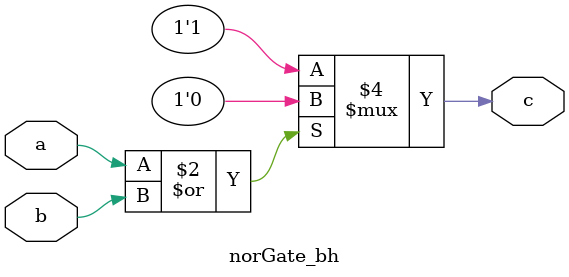
<source format=v>
module norGate_bh(input a,b, output reg c);
    always @(*) begin
        if (a | b)
        c = 0; // if a AND b = 1, output is 0
        else
        c = 1; // if a AND b = 0, output is 1
    end
endmodule
</source>
